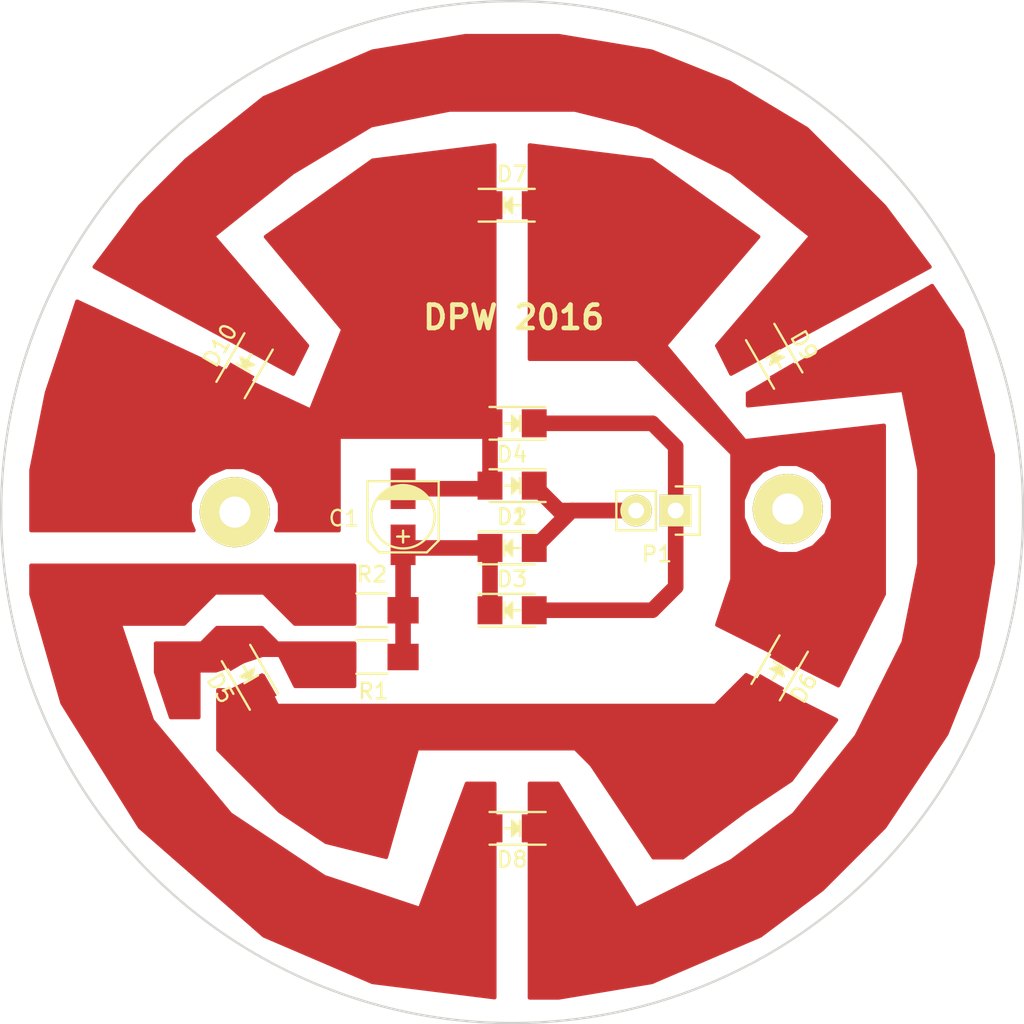
<source format=kicad_pcb>
(kicad_pcb (version 4) (host pcbnew 4.0.2-stable)

  (general
    (links 18)
    (no_connects 0)
    (area 90.124847 75.824847 155.875153 141.575153)
    (thickness 1.6)
    (drawings 5)
    (tracks 21)
    (zones 0)
    (modules 16)
    (nets 11)
  )

  (page USLetter)
  (title_block
    (title "Mason Jar Lamp")
    (date 2016-07-06)
    (rev B)
    (company "DPW 2016")
  )

  (layers
    (0 F.Cu signal)
    (31 B.Cu signal)
    (32 B.Adhes user)
    (33 F.Adhes user)
    (34 B.Paste user)
    (35 F.Paste user)
    (36 B.SilkS user)
    (37 F.SilkS user)
    (38 B.Mask user)
    (39 F.Mask user)
    (40 Dwgs.User user)
    (41 Cmts.User user)
    (42 Eco1.User user)
    (43 Eco2.User user)
    (44 Edge.Cuts user)
    (45 Margin user)
    (46 B.CrtYd user)
    (47 F.CrtYd user)
    (48 B.Fab user)
    (49 F.Fab user)
  )

  (setup
    (last_trace_width 0.25)
    (user_trace_width 1)
    (trace_clearance 0.2)
    (zone_clearance 0.508)
    (zone_45_only no)
    (trace_min 0.2)
    (segment_width 0.2)
    (edge_width 0.15)
    (via_size 0.6)
    (via_drill 0.4)
    (via_min_size 0.4)
    (via_min_drill 0.3)
    (uvia_size 0.3)
    (uvia_drill 0.1)
    (uvias_allowed no)
    (uvia_min_size 0.2)
    (uvia_min_drill 0.1)
    (pcb_text_width 0.3)
    (pcb_text_size 1.5 1.5)
    (mod_edge_width 0.15)
    (mod_text_size 1 1)
    (mod_text_width 0.15)
    (pad_size 1.524 1.524)
    (pad_drill 0.762)
    (pad_to_mask_clearance 0.2)
    (aux_axis_origin 0 0)
    (visible_elements 7FFFFFFF)
    (pcbplotparams
      (layerselection 0x010f0_80000001)
      (usegerberextensions false)
      (excludeedgelayer true)
      (linewidth 0.100000)
      (plotframeref false)
      (viasonmask false)
      (mode 1)
      (useauxorigin false)
      (hpglpennumber 1)
      (hpglpenspeed 20)
      (hpglpendiameter 15)
      (hpglpenoverlay 2)
      (psnegative false)
      (psa4output false)
      (plotreference true)
      (plotvalue true)
      (plotinvisibletext false)
      (padsonsilk false)
      (subtractmaskfromsilk false)
      (outputformat 1)
      (mirror false)
      (drillshape 0)
      (scaleselection 1)
      (outputdirectory Gerbers/))
  )

  (net 0 "")
  (net 1 "Net-(C1-Pad1)")
  (net 2 "Net-(C1-Pad2)")
  (net 3 "Net-(D1-Pad2)")
  (net 4 "Net-(D3-Pad2)")
  (net 5 "Net-(D5-Pad2)")
  (net 6 "Net-(D5-Pad1)")
  (net 7 "Net-(D6-Pad1)")
  (net 8 "Net-(D8-Pad2)")
  (net 9 "Net-(D8-Pad1)")
  (net 10 "Net-(D10-Pad2)")

  (net_class Default "This is the default net class."
    (clearance 0.2)
    (trace_width 0.25)
    (via_dia 0.6)
    (via_drill 0.4)
    (uvia_dia 0.3)
    (uvia_drill 0.1)
    (add_net "Net-(C1-Pad1)")
    (add_net "Net-(C1-Pad2)")
    (add_net "Net-(D1-Pad2)")
    (add_net "Net-(D10-Pad2)")
    (add_net "Net-(D3-Pad2)")
    (add_net "Net-(D5-Pad1)")
    (add_net "Net-(D5-Pad2)")
    (add_net "Net-(D6-Pad1)")
    (add_net "Net-(D8-Pad1)")
    (add_net "Net-(D8-Pad2)")
  )

  (module Capacitors_SMD:c_elec_4x5.3 (layer F.Cu) (tedit 57713DE5) (tstamp 5771398D)
    (at 116 109 270)
    (descr "SMT capacitor, aluminium electrolytic, 4x5.3")
    (path /576C359C)
    (attr smd)
    (fp_text reference C1 (at 0.1 3.8 360) (layer F.SilkS)
      (effects (font (size 1 1) (thickness 0.15)))
    )
    (fp_text value 6u8 (at 0 3.175 270) (layer F.Fab)
      (effects (font (size 1 1) (thickness 0.15)))
    )
    (fp_line (start -3.35 -2.65) (end 3.35 -2.65) (layer F.CrtYd) (width 0.05))
    (fp_line (start 3.35 -2.65) (end 3.35 2.65) (layer F.CrtYd) (width 0.05))
    (fp_line (start 3.35 2.65) (end -3.35 2.65) (layer F.CrtYd) (width 0.05))
    (fp_line (start -3.35 2.65) (end -3.35 -2.65) (layer F.CrtYd) (width 0.05))
    (fp_line (start 1.651 0) (end 0.889 0) (layer F.SilkS) (width 0.15))
    (fp_line (start 1.27 -0.381) (end 1.27 0.381) (layer F.SilkS) (width 0.15))
    (fp_line (start 1.524 2.286) (end -2.286 2.286) (layer F.SilkS) (width 0.15))
    (fp_line (start 2.286 -1.524) (end 2.286 1.524) (layer F.SilkS) (width 0.15))
    (fp_line (start 1.524 2.286) (end 2.286 1.524) (layer F.SilkS) (width 0.15))
    (fp_line (start 1.524 -2.286) (end -2.286 -2.286) (layer F.SilkS) (width 0.15))
    (fp_line (start 1.524 -2.286) (end 2.286 -1.524) (layer F.SilkS) (width 0.15))
    (fp_line (start -2.032 0.127) (end -2.032 -0.127) (layer F.SilkS) (width 0.15))
    (fp_line (start -1.905 -0.635) (end -1.905 0.635) (layer F.SilkS) (width 0.15))
    (fp_line (start -1.778 0.889) (end -1.778 -0.889) (layer F.SilkS) (width 0.15))
    (fp_line (start -1.651 1.143) (end -1.651 -1.143) (layer F.SilkS) (width 0.15))
    (fp_line (start -1.524 -1.27) (end -1.524 1.27) (layer F.SilkS) (width 0.15))
    (fp_line (start -1.397 1.397) (end -1.397 -1.397) (layer F.SilkS) (width 0.15))
    (fp_line (start -1.27 -1.524) (end -1.27 1.524) (layer F.SilkS) (width 0.15))
    (fp_line (start -1.143 -1.651) (end -1.143 1.651) (layer F.SilkS) (width 0.15))
    (fp_line (start -2.286 -2.286) (end -2.286 2.286) (layer F.SilkS) (width 0.15))
    (fp_circle (center 0 0) (end -2.032 0) (layer F.SilkS) (width 0.15))
    (pad 1 smd rect (at 1.80086 0 270) (size 2.60096 1.6002) (layers F.Cu F.Paste F.Mask)
      (net 1 "Net-(C1-Pad1)"))
    (pad 2 smd rect (at -1.80086 0 270) (size 2.60096 1.6002) (layers F.Cu F.Paste F.Mask)
      (net 2 "Net-(C1-Pad2)"))
    (model Capacitors_SMD.3dshapes/c_elec_4x5.3.wrl
      (at (xyz 0 0 0))
      (scale (xyz 1 1 1))
      (rotate (xyz 0 0 0))
    )
  )

  (module LEDs:LED_1206 (layer F.Cu) (tedit 55BDE2E8) (tstamp 577139AB)
    (at 106 119 120)
    (descr "LED 1206 smd package")
    (tags "LED1206 SMD")
    (path /576C2FA9)
    (attr smd)
    (fp_text reference D5 (at 0 -2 120) (layer F.SilkS)
      (effects (font (size 1 1) (thickness 0.15)))
    )
    (fp_text value "Warm White LED" (at 0 2 120) (layer F.Fab)
      (effects (font (size 1 1) (thickness 0.15)))
    )
    (fp_line (start -2.15 1.05) (end 1.45 1.05) (layer F.SilkS) (width 0.15))
    (fp_line (start -2.15 -1.05) (end 1.45 -1.05) (layer F.SilkS) (width 0.15))
    (fp_line (start -0.1 -0.3) (end -0.1 0.3) (layer F.SilkS) (width 0.15))
    (fp_line (start -0.1 0.3) (end -0.4 0) (layer F.SilkS) (width 0.15))
    (fp_line (start -0.4 0) (end -0.2 -0.2) (layer F.SilkS) (width 0.15))
    (fp_line (start -0.2 -0.2) (end -0.2 0.05) (layer F.SilkS) (width 0.15))
    (fp_line (start -0.2 0.05) (end -0.25 0) (layer F.SilkS) (width 0.15))
    (fp_line (start -0.5 -0.5) (end -0.5 0.5) (layer F.SilkS) (width 0.15))
    (fp_line (start 0 0) (end 0.5 0) (layer F.SilkS) (width 0.15))
    (fp_line (start -0.5 0) (end 0 -0.5) (layer F.SilkS) (width 0.15))
    (fp_line (start 0 -0.5) (end 0 0.5) (layer F.SilkS) (width 0.15))
    (fp_line (start 0 0.5) (end -0.5 0) (layer F.SilkS) (width 0.15))
    (fp_line (start 2.5 -1.25) (end -2.5 -1.25) (layer F.CrtYd) (width 0.05))
    (fp_line (start -2.5 -1.25) (end -2.5 1.25) (layer F.CrtYd) (width 0.05))
    (fp_line (start -2.5 1.25) (end 2.5 1.25) (layer F.CrtYd) (width 0.05))
    (fp_line (start 2.5 1.25) (end 2.5 -1.25) (layer F.CrtYd) (width 0.05))
    (pad 2 smd rect (at 1.41986 0 300) (size 1.59766 1.80086) (layers F.Cu F.Paste F.Mask)
      (net 5 "Net-(D5-Pad2)"))
    (pad 1 smd rect (at -1.41986 0 300) (size 1.59766 1.80086) (layers F.Cu F.Paste F.Mask)
      (net 6 "Net-(D5-Pad1)"))
    (model LEDs.3dshapes/LED_1206.wrl
      (at (xyz 0 0 0))
      (scale (xyz 1 1 1))
      (rotate (xyz 0 0 180))
    )
  )

  (module LEDs:LED_1206 (layer F.Cu) (tedit 55BDE2E8) (tstamp 577139B1)
    (at 140 119 240)
    (descr "LED 1206 smd package")
    (tags "LED1206 SMD")
    (path /576C3263)
    (attr smd)
    (fp_text reference D6 (at 0 -2 240) (layer F.SilkS)
      (effects (font (size 1 1) (thickness 0.15)))
    )
    (fp_text value "Warm White LED" (at 0 2 240) (layer F.Fab)
      (effects (font (size 1 1) (thickness 0.15)))
    )
    (fp_line (start -2.15 1.05) (end 1.45 1.05) (layer F.SilkS) (width 0.15))
    (fp_line (start -2.15 -1.05) (end 1.45 -1.05) (layer F.SilkS) (width 0.15))
    (fp_line (start -0.1 -0.3) (end -0.1 0.3) (layer F.SilkS) (width 0.15))
    (fp_line (start -0.1 0.3) (end -0.4 0) (layer F.SilkS) (width 0.15))
    (fp_line (start -0.4 0) (end -0.2 -0.2) (layer F.SilkS) (width 0.15))
    (fp_line (start -0.2 -0.2) (end -0.2 0.05) (layer F.SilkS) (width 0.15))
    (fp_line (start -0.2 0.05) (end -0.25 0) (layer F.SilkS) (width 0.15))
    (fp_line (start -0.5 -0.5) (end -0.5 0.5) (layer F.SilkS) (width 0.15))
    (fp_line (start 0 0) (end 0.5 0) (layer F.SilkS) (width 0.15))
    (fp_line (start -0.5 0) (end 0 -0.5) (layer F.SilkS) (width 0.15))
    (fp_line (start 0 -0.5) (end 0 0.5) (layer F.SilkS) (width 0.15))
    (fp_line (start 0 0.5) (end -0.5 0) (layer F.SilkS) (width 0.15))
    (fp_line (start 2.5 -1.25) (end -2.5 -1.25) (layer F.CrtYd) (width 0.05))
    (fp_line (start -2.5 -1.25) (end -2.5 1.25) (layer F.CrtYd) (width 0.05))
    (fp_line (start -2.5 1.25) (end 2.5 1.25) (layer F.CrtYd) (width 0.05))
    (fp_line (start 2.5 1.25) (end 2.5 -1.25) (layer F.CrtYd) (width 0.05))
    (pad 2 smd rect (at 1.41986 0 60) (size 1.59766 1.80086) (layers F.Cu F.Paste F.Mask)
      (net 6 "Net-(D5-Pad1)"))
    (pad 1 smd rect (at -1.41986 0 60) (size 1.59766 1.80086) (layers F.Cu F.Paste F.Mask)
      (net 7 "Net-(D6-Pad1)"))
    (model LEDs.3dshapes/LED_1206.wrl
      (at (xyz 0 0 0))
      (scale (xyz 1 1 1))
      (rotate (xyz 0 0 180))
    )
  )

  (module LEDs:LED_1206 (layer F.Cu) (tedit 55BDE2E8) (tstamp 577139B7)
    (at 123 89)
    (descr "LED 1206 smd package")
    (tags "LED1206 SMD")
    (path /576C32AA)
    (attr smd)
    (fp_text reference D7 (at 0 -2) (layer F.SilkS)
      (effects (font (size 1 1) (thickness 0.15)))
    )
    (fp_text value "Warm White LED" (at 0 2) (layer F.Fab)
      (effects (font (size 1 1) (thickness 0.15)))
    )
    (fp_line (start -2.15 1.05) (end 1.45 1.05) (layer F.SilkS) (width 0.15))
    (fp_line (start -2.15 -1.05) (end 1.45 -1.05) (layer F.SilkS) (width 0.15))
    (fp_line (start -0.1 -0.3) (end -0.1 0.3) (layer F.SilkS) (width 0.15))
    (fp_line (start -0.1 0.3) (end -0.4 0) (layer F.SilkS) (width 0.15))
    (fp_line (start -0.4 0) (end -0.2 -0.2) (layer F.SilkS) (width 0.15))
    (fp_line (start -0.2 -0.2) (end -0.2 0.05) (layer F.SilkS) (width 0.15))
    (fp_line (start -0.2 0.05) (end -0.25 0) (layer F.SilkS) (width 0.15))
    (fp_line (start -0.5 -0.5) (end -0.5 0.5) (layer F.SilkS) (width 0.15))
    (fp_line (start 0 0) (end 0.5 0) (layer F.SilkS) (width 0.15))
    (fp_line (start -0.5 0) (end 0 -0.5) (layer F.SilkS) (width 0.15))
    (fp_line (start 0 -0.5) (end 0 0.5) (layer F.SilkS) (width 0.15))
    (fp_line (start 0 0.5) (end -0.5 0) (layer F.SilkS) (width 0.15))
    (fp_line (start 2.5 -1.25) (end -2.5 -1.25) (layer F.CrtYd) (width 0.05))
    (fp_line (start -2.5 -1.25) (end -2.5 1.25) (layer F.CrtYd) (width 0.05))
    (fp_line (start -2.5 1.25) (end 2.5 1.25) (layer F.CrtYd) (width 0.05))
    (fp_line (start 2.5 1.25) (end 2.5 -1.25) (layer F.CrtYd) (width 0.05))
    (pad 2 smd rect (at 1.41986 0 180) (size 1.59766 1.80086) (layers F.Cu F.Paste F.Mask)
      (net 7 "Net-(D6-Pad1)"))
    (pad 1 smd rect (at -1.41986 0 180) (size 1.59766 1.80086) (layers F.Cu F.Paste F.Mask)
      (net 2 "Net-(C1-Pad2)"))
    (model LEDs.3dshapes/LED_1206.wrl
      (at (xyz 0 0 0))
      (scale (xyz 1 1 1))
      (rotate (xyz 0 0 180))
    )
  )

  (module LEDs:LED_1206 (layer F.Cu) (tedit 55BDE2E8) (tstamp 577139BD)
    (at 123 129 180)
    (descr "LED 1206 smd package")
    (tags "LED1206 SMD")
    (path /576D6D77)
    (attr smd)
    (fp_text reference D8 (at 0 -2 180) (layer F.SilkS)
      (effects (font (size 1 1) (thickness 0.15)))
    )
    (fp_text value "Warm White LED" (at 0 2 180) (layer F.Fab)
      (effects (font (size 1 1) (thickness 0.15)))
    )
    (fp_line (start -2.15 1.05) (end 1.45 1.05) (layer F.SilkS) (width 0.15))
    (fp_line (start -2.15 -1.05) (end 1.45 -1.05) (layer F.SilkS) (width 0.15))
    (fp_line (start -0.1 -0.3) (end -0.1 0.3) (layer F.SilkS) (width 0.15))
    (fp_line (start -0.1 0.3) (end -0.4 0) (layer F.SilkS) (width 0.15))
    (fp_line (start -0.4 0) (end -0.2 -0.2) (layer F.SilkS) (width 0.15))
    (fp_line (start -0.2 -0.2) (end -0.2 0.05) (layer F.SilkS) (width 0.15))
    (fp_line (start -0.2 0.05) (end -0.25 0) (layer F.SilkS) (width 0.15))
    (fp_line (start -0.5 -0.5) (end -0.5 0.5) (layer F.SilkS) (width 0.15))
    (fp_line (start 0 0) (end 0.5 0) (layer F.SilkS) (width 0.15))
    (fp_line (start -0.5 0) (end 0 -0.5) (layer F.SilkS) (width 0.15))
    (fp_line (start 0 -0.5) (end 0 0.5) (layer F.SilkS) (width 0.15))
    (fp_line (start 0 0.5) (end -0.5 0) (layer F.SilkS) (width 0.15))
    (fp_line (start 2.5 -1.25) (end -2.5 -1.25) (layer F.CrtYd) (width 0.05))
    (fp_line (start -2.5 -1.25) (end -2.5 1.25) (layer F.CrtYd) (width 0.05))
    (fp_line (start -2.5 1.25) (end 2.5 1.25) (layer F.CrtYd) (width 0.05))
    (fp_line (start 2.5 1.25) (end 2.5 -1.25) (layer F.CrtYd) (width 0.05))
    (pad 2 smd rect (at 1.41986 0) (size 1.59766 1.80086) (layers F.Cu F.Paste F.Mask)
      (net 8 "Net-(D8-Pad2)"))
    (pad 1 smd rect (at -1.41986 0) (size 1.59766 1.80086) (layers F.Cu F.Paste F.Mask)
      (net 9 "Net-(D8-Pad1)"))
    (model LEDs.3dshapes/LED_1206.wrl
      (at (xyz 0 0 0))
      (scale (xyz 1 1 1))
      (rotate (xyz 0 0 180))
    )
  )

  (module LEDs:LED_1206 (layer F.Cu) (tedit 55BDE2E8) (tstamp 577139C3)
    (at 140 99 300)
    (descr "LED 1206 smd package")
    (tags "LED1206 SMD")
    (path /576D6DBF)
    (attr smd)
    (fp_text reference D9 (at 0 -2 300) (layer F.SilkS)
      (effects (font (size 1 1) (thickness 0.15)))
    )
    (fp_text value "Warm White LED" (at 0 2 300) (layer F.Fab)
      (effects (font (size 1 1) (thickness 0.15)))
    )
    (fp_line (start -2.15 1.05) (end 1.45 1.05) (layer F.SilkS) (width 0.15))
    (fp_line (start -2.15 -1.05) (end 1.45 -1.05) (layer F.SilkS) (width 0.15))
    (fp_line (start -0.1 -0.3) (end -0.1 0.3) (layer F.SilkS) (width 0.15))
    (fp_line (start -0.1 0.3) (end -0.4 0) (layer F.SilkS) (width 0.15))
    (fp_line (start -0.4 0) (end -0.2 -0.2) (layer F.SilkS) (width 0.15))
    (fp_line (start -0.2 -0.2) (end -0.2 0.05) (layer F.SilkS) (width 0.15))
    (fp_line (start -0.2 0.05) (end -0.25 0) (layer F.SilkS) (width 0.15))
    (fp_line (start -0.5 -0.5) (end -0.5 0.5) (layer F.SilkS) (width 0.15))
    (fp_line (start 0 0) (end 0.5 0) (layer F.SilkS) (width 0.15))
    (fp_line (start -0.5 0) (end 0 -0.5) (layer F.SilkS) (width 0.15))
    (fp_line (start 0 -0.5) (end 0 0.5) (layer F.SilkS) (width 0.15))
    (fp_line (start 0 0.5) (end -0.5 0) (layer F.SilkS) (width 0.15))
    (fp_line (start 2.5 -1.25) (end -2.5 -1.25) (layer F.CrtYd) (width 0.05))
    (fp_line (start -2.5 -1.25) (end -2.5 1.25) (layer F.CrtYd) (width 0.05))
    (fp_line (start -2.5 1.25) (end 2.5 1.25) (layer F.CrtYd) (width 0.05))
    (fp_line (start 2.5 1.25) (end 2.5 -1.25) (layer F.CrtYd) (width 0.05))
    (pad 2 smd rect (at 1.41986 0 120) (size 1.59766 1.80086) (layers F.Cu F.Paste F.Mask)
      (net 9 "Net-(D8-Pad1)"))
    (pad 1 smd rect (at -1.41986 0 120) (size 1.59766 1.80086) (layers F.Cu F.Paste F.Mask)
      (net 10 "Net-(D10-Pad2)"))
    (model LEDs.3dshapes/LED_1206.wrl
      (at (xyz 0 0 0))
      (scale (xyz 1 1 1))
      (rotate (xyz 0 0 180))
    )
  )

  (module LEDs:LED_1206 (layer F.Cu) (tedit 55BDE2E8) (tstamp 577139C9)
    (at 106 99 60)
    (descr "LED 1206 smd package")
    (tags "LED1206 SMD")
    (path /576D6E06)
    (attr smd)
    (fp_text reference D10 (at 0 -2 60) (layer F.SilkS)
      (effects (font (size 1 1) (thickness 0.15)))
    )
    (fp_text value "Warm White LED" (at 0 2 60) (layer F.Fab)
      (effects (font (size 1 1) (thickness 0.15)))
    )
    (fp_line (start -2.15 1.05) (end 1.45 1.05) (layer F.SilkS) (width 0.15))
    (fp_line (start -2.15 -1.05) (end 1.45 -1.05) (layer F.SilkS) (width 0.15))
    (fp_line (start -0.1 -0.3) (end -0.1 0.3) (layer F.SilkS) (width 0.15))
    (fp_line (start -0.1 0.3) (end -0.4 0) (layer F.SilkS) (width 0.15))
    (fp_line (start -0.4 0) (end -0.2 -0.2) (layer F.SilkS) (width 0.15))
    (fp_line (start -0.2 -0.2) (end -0.2 0.05) (layer F.SilkS) (width 0.15))
    (fp_line (start -0.2 0.05) (end -0.25 0) (layer F.SilkS) (width 0.15))
    (fp_line (start -0.5 -0.5) (end -0.5 0.5) (layer F.SilkS) (width 0.15))
    (fp_line (start 0 0) (end 0.5 0) (layer F.SilkS) (width 0.15))
    (fp_line (start -0.5 0) (end 0 -0.5) (layer F.SilkS) (width 0.15))
    (fp_line (start 0 -0.5) (end 0 0.5) (layer F.SilkS) (width 0.15))
    (fp_line (start 0 0.5) (end -0.5 0) (layer F.SilkS) (width 0.15))
    (fp_line (start 2.5 -1.25) (end -2.5 -1.25) (layer F.CrtYd) (width 0.05))
    (fp_line (start -2.5 -1.25) (end -2.5 1.25) (layer F.CrtYd) (width 0.05))
    (fp_line (start -2.5 1.25) (end 2.5 1.25) (layer F.CrtYd) (width 0.05))
    (fp_line (start 2.5 1.25) (end 2.5 -1.25) (layer F.CrtYd) (width 0.05))
    (pad 2 smd rect (at 1.41986 0 240) (size 1.59766 1.80086) (layers F.Cu F.Paste F.Mask)
      (net 10 "Net-(D10-Pad2)"))
    (pad 1 smd rect (at -1.41986 0 240) (size 1.59766 1.80086) (layers F.Cu F.Paste F.Mask)
      (net 2 "Net-(C1-Pad2)"))
    (model LEDs.3dshapes/LED_1206.wrl
      (at (xyz 0 0 0))
      (scale (xyz 1 1 1))
      (rotate (xyz 0 0 180))
    )
  )

  (module Pin_Headers:Pin_Header_Straight_1x02 (layer F.Cu) (tedit 57713DC1) (tstamp 577139DB)
    (at 133.5 108.6 270)
    (descr "Through hole pin header")
    (tags "pin header")
    (path /576C33A1)
    (fp_text reference P1 (at 2.8 1.2 360) (layer F.SilkS)
      (effects (font (size 1 1) (thickness 0.15)))
    )
    (fp_text value CONN_01X02 (at 0 -3.1 270) (layer F.Fab)
      (effects (font (size 1 1) (thickness 0.15)))
    )
    (fp_line (start 1.27 1.27) (end 1.27 3.81) (layer F.SilkS) (width 0.15))
    (fp_line (start 1.55 -1.55) (end 1.55 0) (layer F.SilkS) (width 0.15))
    (fp_line (start -1.75 -1.75) (end -1.75 4.3) (layer F.CrtYd) (width 0.05))
    (fp_line (start 1.75 -1.75) (end 1.75 4.3) (layer F.CrtYd) (width 0.05))
    (fp_line (start -1.75 -1.75) (end 1.75 -1.75) (layer F.CrtYd) (width 0.05))
    (fp_line (start -1.75 4.3) (end 1.75 4.3) (layer F.CrtYd) (width 0.05))
    (fp_line (start 1.27 1.27) (end -1.27 1.27) (layer F.SilkS) (width 0.15))
    (fp_line (start -1.55 0) (end -1.55 -1.55) (layer F.SilkS) (width 0.15))
    (fp_line (start -1.55 -1.55) (end 1.55 -1.55) (layer F.SilkS) (width 0.15))
    (fp_line (start -1.27 1.27) (end -1.27 3.81) (layer F.SilkS) (width 0.15))
    (fp_line (start -1.27 3.81) (end 1.27 3.81) (layer F.SilkS) (width 0.15))
    (pad 1 thru_hole rect (at 0 0 270) (size 2.032 2.032) (drill 1.016) (layers *.Cu *.Mask F.SilkS)
      (net 4 "Net-(D3-Pad2)"))
    (pad 2 thru_hole oval (at 0 2.54 270) (size 2.032 2.032) (drill 1.016) (layers *.Cu *.Mask F.SilkS)
      (net 3 "Net-(D1-Pad2)"))
    (model Pin_Headers.3dshapes/Pin_Header_Straight_1x02.wrl
      (at (xyz 0 -0.05 0))
      (scale (xyz 1 1 1))
      (rotate (xyz 0 0 90))
    )
  )

  (module Wire_Pads:SolderWirePad_single_2mmDrill (layer F.Cu) (tedit 57713DCB) (tstamp 577139E0)
    (at 105.2 108.7)
    (path /576C3402)
    (fp_text reference P2 (at 0 -3.81) (layer F.SilkS) hide
      (effects (font (size 1 1) (thickness 0.15)))
    )
    (fp_text value "Loop Mounting Hole" (at -0.635 3.81) (layer F.Fab)
      (effects (font (size 1 1) (thickness 0.15)))
    )
    (pad 1 thru_hole circle (at 0 0) (size 4.50088 4.50088) (drill 1.99898) (layers *.Cu *.Mask F.SilkS))
  )

  (module Wire_Pads:SolderWirePad_single_2mmDrill (layer F.Cu) (tedit 57713DC7) (tstamp 577139E5)
    (at 140.7 108.5)
    (path /576C3493)
    (fp_text reference P3 (at 0 -3.81) (layer F.SilkS) hide
      (effects (font (size 1 1) (thickness 0.15)))
    )
    (fp_text value "Loop Mounting Hole" (at -0.635 3.81) (layer F.Fab)
      (effects (font (size 1 1) (thickness 0.15)))
    )
    (pad 1 thru_hole circle (at 0 0) (size 4.50088 4.50088) (drill 1.99898) (layers *.Cu *.Mask F.SilkS))
  )

  (module Resistors_SMD:R_1206_HandSoldering (layer F.Cu) (tedit 57713DDD) (tstamp 577139EB)
    (at 114 118)
    (descr "Resistor SMD 1206, hand soldering")
    (tags "resistor 1206")
    (path /576C34CD)
    (attr smd)
    (fp_text reference R1 (at 0.1 2.2) (layer F.SilkS)
      (effects (font (size 1 1) (thickness 0.15)))
    )
    (fp_text value 56 (at 0 2.3) (layer F.Fab)
      (effects (font (size 1 1) (thickness 0.15)))
    )
    (fp_line (start -3.3 -1.2) (end 3.3 -1.2) (layer F.CrtYd) (width 0.05))
    (fp_line (start -3.3 1.2) (end 3.3 1.2) (layer F.CrtYd) (width 0.05))
    (fp_line (start -3.3 -1.2) (end -3.3 1.2) (layer F.CrtYd) (width 0.05))
    (fp_line (start 3.3 -1.2) (end 3.3 1.2) (layer F.CrtYd) (width 0.05))
    (fp_line (start 1 1.075) (end -1 1.075) (layer F.SilkS) (width 0.15))
    (fp_line (start -1 -1.075) (end 1 -1.075) (layer F.SilkS) (width 0.15))
    (pad 1 smd rect (at -2 0) (size 2 1.7) (layers F.Cu F.Paste F.Mask)
      (net 5 "Net-(D5-Pad2)"))
    (pad 2 smd rect (at 2 0) (size 2 1.7) (layers F.Cu F.Paste F.Mask)
      (net 1 "Net-(C1-Pad1)"))
    (model Resistors_SMD.3dshapes/R_1206_HandSoldering.wrl
      (at (xyz 0 0 0))
      (scale (xyz 1 1 1))
      (rotate (xyz 0 0 0))
    )
  )

  (module Resistors_SMD:R_1206_HandSoldering (layer F.Cu) (tedit 5418A20D) (tstamp 577DD2FD)
    (at 114 115)
    (descr "Resistor SMD 1206, hand soldering")
    (tags "resistor 1206")
    (path /577DEC45)
    (attr smd)
    (fp_text reference R2 (at 0 -2.3) (layer F.SilkS)
      (effects (font (size 1 1) (thickness 0.15)))
    )
    (fp_text value 56 (at 0 2.3) (layer F.Fab)
      (effects (font (size 1 1) (thickness 0.15)))
    )
    (fp_line (start -3.3 -1.2) (end 3.3 -1.2) (layer F.CrtYd) (width 0.05))
    (fp_line (start -3.3 1.2) (end 3.3 1.2) (layer F.CrtYd) (width 0.05))
    (fp_line (start -3.3 -1.2) (end -3.3 1.2) (layer F.CrtYd) (width 0.05))
    (fp_line (start 3.3 -1.2) (end 3.3 1.2) (layer F.CrtYd) (width 0.05))
    (fp_line (start 1 1.075) (end -1 1.075) (layer F.SilkS) (width 0.15))
    (fp_line (start -1 -1.075) (end 1 -1.075) (layer F.SilkS) (width 0.15))
    (pad 1 smd rect (at -2 0) (size 2 1.7) (layers F.Cu F.Paste F.Mask)
      (net 8 "Net-(D8-Pad2)"))
    (pad 2 smd rect (at 2 0) (size 2 1.7) (layers F.Cu F.Paste F.Mask)
      (net 1 "Net-(C1-Pad1)"))
    (model Resistors_SMD.3dshapes/R_1206_HandSoldering.wrl
      (at (xyz 0 0 0))
      (scale (xyz 1 1 1))
      (rotate (xyz 0 0 0))
    )
  )

  (module LEDs:LED_1206 (layer F.Cu) (tedit 55BDE2E8) (tstamp 577DD3D3)
    (at 123 111)
    (descr "LED 1206 smd package")
    (tags "LED1206 SMD")
    (path /576F5F32)
    (attr smd)
    (fp_text reference D1 (at 0 -2) (layer F.SilkS)
      (effects (font (size 1 1) (thickness 0.15)))
    )
    (fp_text value D (at 0 2) (layer F.Fab)
      (effects (font (size 1 1) (thickness 0.15)))
    )
    (fp_line (start -2.15 1.05) (end 1.45 1.05) (layer F.SilkS) (width 0.15))
    (fp_line (start -2.15 -1.05) (end 1.45 -1.05) (layer F.SilkS) (width 0.15))
    (fp_line (start -0.1 -0.3) (end -0.1 0.3) (layer F.SilkS) (width 0.15))
    (fp_line (start -0.1 0.3) (end -0.4 0) (layer F.SilkS) (width 0.15))
    (fp_line (start -0.4 0) (end -0.2 -0.2) (layer F.SilkS) (width 0.15))
    (fp_line (start -0.2 -0.2) (end -0.2 0.05) (layer F.SilkS) (width 0.15))
    (fp_line (start -0.2 0.05) (end -0.25 0) (layer F.SilkS) (width 0.15))
    (fp_line (start -0.5 -0.5) (end -0.5 0.5) (layer F.SilkS) (width 0.15))
    (fp_line (start 0 0) (end 0.5 0) (layer F.SilkS) (width 0.15))
    (fp_line (start -0.5 0) (end 0 -0.5) (layer F.SilkS) (width 0.15))
    (fp_line (start 0 -0.5) (end 0 0.5) (layer F.SilkS) (width 0.15))
    (fp_line (start 0 0.5) (end -0.5 0) (layer F.SilkS) (width 0.15))
    (fp_line (start 2.5 -1.25) (end -2.5 -1.25) (layer F.CrtYd) (width 0.05))
    (fp_line (start -2.5 -1.25) (end -2.5 1.25) (layer F.CrtYd) (width 0.05))
    (fp_line (start -2.5 1.25) (end 2.5 1.25) (layer F.CrtYd) (width 0.05))
    (fp_line (start 2.5 1.25) (end 2.5 -1.25) (layer F.CrtYd) (width 0.05))
    (pad 2 smd rect (at 1.41986 0 180) (size 1.59766 1.80086) (layers F.Cu F.Paste F.Mask)
      (net 3 "Net-(D1-Pad2)"))
    (pad 1 smd rect (at -1.41986 0 180) (size 1.59766 1.80086) (layers F.Cu F.Paste F.Mask)
      (net 1 "Net-(C1-Pad1)"))
    (model LEDs.3dshapes/LED_1206.wrl
      (at (xyz 0 0 0))
      (scale (xyz 1 1 1))
      (rotate (xyz 0 0 180))
    )
  )

  (module LEDs:LED_1206 (layer F.Cu) (tedit 55BDE2E8) (tstamp 577DD3D8)
    (at 123 107 180)
    (descr "LED 1206 smd package")
    (tags "LED1206 SMD")
    (path /576F5F89)
    (attr smd)
    (fp_text reference D2 (at 0 -2 180) (layer F.SilkS)
      (effects (font (size 1 1) (thickness 0.15)))
    )
    (fp_text value D (at 0 2 180) (layer F.Fab)
      (effects (font (size 1 1) (thickness 0.15)))
    )
    (fp_line (start -2.15 1.05) (end 1.45 1.05) (layer F.SilkS) (width 0.15))
    (fp_line (start -2.15 -1.05) (end 1.45 -1.05) (layer F.SilkS) (width 0.15))
    (fp_line (start -0.1 -0.3) (end -0.1 0.3) (layer F.SilkS) (width 0.15))
    (fp_line (start -0.1 0.3) (end -0.4 0) (layer F.SilkS) (width 0.15))
    (fp_line (start -0.4 0) (end -0.2 -0.2) (layer F.SilkS) (width 0.15))
    (fp_line (start -0.2 -0.2) (end -0.2 0.05) (layer F.SilkS) (width 0.15))
    (fp_line (start -0.2 0.05) (end -0.25 0) (layer F.SilkS) (width 0.15))
    (fp_line (start -0.5 -0.5) (end -0.5 0.5) (layer F.SilkS) (width 0.15))
    (fp_line (start 0 0) (end 0.5 0) (layer F.SilkS) (width 0.15))
    (fp_line (start -0.5 0) (end 0 -0.5) (layer F.SilkS) (width 0.15))
    (fp_line (start 0 -0.5) (end 0 0.5) (layer F.SilkS) (width 0.15))
    (fp_line (start 0 0.5) (end -0.5 0) (layer F.SilkS) (width 0.15))
    (fp_line (start 2.5 -1.25) (end -2.5 -1.25) (layer F.CrtYd) (width 0.05))
    (fp_line (start -2.5 -1.25) (end -2.5 1.25) (layer F.CrtYd) (width 0.05))
    (fp_line (start -2.5 1.25) (end 2.5 1.25) (layer F.CrtYd) (width 0.05))
    (fp_line (start 2.5 1.25) (end 2.5 -1.25) (layer F.CrtYd) (width 0.05))
    (pad 2 smd rect (at 1.41986 0) (size 1.59766 1.80086) (layers F.Cu F.Paste F.Mask)
      (net 2 "Net-(C1-Pad2)"))
    (pad 1 smd rect (at -1.41986 0) (size 1.59766 1.80086) (layers F.Cu F.Paste F.Mask)
      (net 3 "Net-(D1-Pad2)"))
    (model LEDs.3dshapes/LED_1206.wrl
      (at (xyz 0 0 0))
      (scale (xyz 1 1 1))
      (rotate (xyz 0 0 180))
    )
  )

  (module LEDs:LED_1206 (layer F.Cu) (tedit 55BDE2E8) (tstamp 577DD3DD)
    (at 123 115)
    (descr "LED 1206 smd package")
    (tags "LED1206 SMD")
    (path /576F5EC5)
    (attr smd)
    (fp_text reference D3 (at 0 -2) (layer F.SilkS)
      (effects (font (size 1 1) (thickness 0.15)))
    )
    (fp_text value D (at 0 2) (layer F.Fab)
      (effects (font (size 1 1) (thickness 0.15)))
    )
    (fp_line (start -2.15 1.05) (end 1.45 1.05) (layer F.SilkS) (width 0.15))
    (fp_line (start -2.15 -1.05) (end 1.45 -1.05) (layer F.SilkS) (width 0.15))
    (fp_line (start -0.1 -0.3) (end -0.1 0.3) (layer F.SilkS) (width 0.15))
    (fp_line (start -0.1 0.3) (end -0.4 0) (layer F.SilkS) (width 0.15))
    (fp_line (start -0.4 0) (end -0.2 -0.2) (layer F.SilkS) (width 0.15))
    (fp_line (start -0.2 -0.2) (end -0.2 0.05) (layer F.SilkS) (width 0.15))
    (fp_line (start -0.2 0.05) (end -0.25 0) (layer F.SilkS) (width 0.15))
    (fp_line (start -0.5 -0.5) (end -0.5 0.5) (layer F.SilkS) (width 0.15))
    (fp_line (start 0 0) (end 0.5 0) (layer F.SilkS) (width 0.15))
    (fp_line (start -0.5 0) (end 0 -0.5) (layer F.SilkS) (width 0.15))
    (fp_line (start 0 -0.5) (end 0 0.5) (layer F.SilkS) (width 0.15))
    (fp_line (start 0 0.5) (end -0.5 0) (layer F.SilkS) (width 0.15))
    (fp_line (start 2.5 -1.25) (end -2.5 -1.25) (layer F.CrtYd) (width 0.05))
    (fp_line (start -2.5 -1.25) (end -2.5 1.25) (layer F.CrtYd) (width 0.05))
    (fp_line (start -2.5 1.25) (end 2.5 1.25) (layer F.CrtYd) (width 0.05))
    (fp_line (start 2.5 1.25) (end 2.5 -1.25) (layer F.CrtYd) (width 0.05))
    (pad 2 smd rect (at 1.41986 0 180) (size 1.59766 1.80086) (layers F.Cu F.Paste F.Mask)
      (net 4 "Net-(D3-Pad2)"))
    (pad 1 smd rect (at -1.41986 0 180) (size 1.59766 1.80086) (layers F.Cu F.Paste F.Mask)
      (net 1 "Net-(C1-Pad1)"))
    (model LEDs.3dshapes/LED_1206.wrl
      (at (xyz 0 0 0))
      (scale (xyz 1 1 1))
      (rotate (xyz 0 0 180))
    )
  )

  (module LEDs:LED_1206 (layer F.Cu) (tedit 55BDE2E8) (tstamp 577DD3E2)
    (at 123 103 180)
    (descr "LED 1206 smd package")
    (tags "LED1206 SMD")
    (path /576F5FD9)
    (attr smd)
    (fp_text reference D4 (at 0 -2 180) (layer F.SilkS)
      (effects (font (size 1 1) (thickness 0.15)))
    )
    (fp_text value D (at 0 2 180) (layer F.Fab)
      (effects (font (size 1 1) (thickness 0.15)))
    )
    (fp_line (start -2.15 1.05) (end 1.45 1.05) (layer F.SilkS) (width 0.15))
    (fp_line (start -2.15 -1.05) (end 1.45 -1.05) (layer F.SilkS) (width 0.15))
    (fp_line (start -0.1 -0.3) (end -0.1 0.3) (layer F.SilkS) (width 0.15))
    (fp_line (start -0.1 0.3) (end -0.4 0) (layer F.SilkS) (width 0.15))
    (fp_line (start -0.4 0) (end -0.2 -0.2) (layer F.SilkS) (width 0.15))
    (fp_line (start -0.2 -0.2) (end -0.2 0.05) (layer F.SilkS) (width 0.15))
    (fp_line (start -0.2 0.05) (end -0.25 0) (layer F.SilkS) (width 0.15))
    (fp_line (start -0.5 -0.5) (end -0.5 0.5) (layer F.SilkS) (width 0.15))
    (fp_line (start 0 0) (end 0.5 0) (layer F.SilkS) (width 0.15))
    (fp_line (start -0.5 0) (end 0 -0.5) (layer F.SilkS) (width 0.15))
    (fp_line (start 0 -0.5) (end 0 0.5) (layer F.SilkS) (width 0.15))
    (fp_line (start 0 0.5) (end -0.5 0) (layer F.SilkS) (width 0.15))
    (fp_line (start 2.5 -1.25) (end -2.5 -1.25) (layer F.CrtYd) (width 0.05))
    (fp_line (start -2.5 -1.25) (end -2.5 1.25) (layer F.CrtYd) (width 0.05))
    (fp_line (start -2.5 1.25) (end 2.5 1.25) (layer F.CrtYd) (width 0.05))
    (fp_line (start 2.5 1.25) (end 2.5 -1.25) (layer F.CrtYd) (width 0.05))
    (pad 2 smd rect (at 1.41986 0) (size 1.59766 1.80086) (layers F.Cu F.Paste F.Mask)
      (net 2 "Net-(C1-Pad2)"))
    (pad 1 smd rect (at -1.41986 0) (size 1.59766 1.80086) (layers F.Cu F.Paste F.Mask)
      (net 4 "Net-(D3-Pad2)"))
    (model LEDs.3dshapes/LED_1206.wrl
      (at (xyz 0 0 0))
      (scale (xyz 1 1 1))
      (rotate (xyz 0 0 180))
    )
  )

  (gr_circle (center 123 109) (end 154 114) (layer Eco1.User) (width 0.2))
  (gr_circle (center 123 109) (end 149 109) (layer Eco1.User) (width 0.2))
  (gr_circle (center 123 109) (end 143 109) (layer Eco1.User) (width 0.2))
  (gr_text "DPW 2016" (at 123.1 96.2) (layer F.SilkS)
    (effects (font (size 1.5 1.5) (thickness 0.3)))
  )
  (gr_circle (center 123 108.7) (end 155.8 108.8) (layer Edge.Cuts) (width 0.15))

  (segment (start 116 110.80086) (end 116 115) (width 1) (layer F.Cu) (net 1))
  (segment (start 116 115) (end 116 118) (width 1) (layer F.Cu) (net 1) (tstamp 577DDD1C))
  (segment (start 116 110.80086) (end 116.19914 111) (width 1) (layer F.Cu) (net 1) (tstamp 577DD792))
  (segment (start 116.19914 111) (end 121.58014 111) (width 1) (layer F.Cu) (net 1) (tstamp 577DD793))
  (segment (start 121.58014 111) (end 121.58014 115) (width 1) (layer F.Cu) (net 1) (tstamp 577DD795))
  (segment (start 121.265 114.3) (end 121.165 114.4) (width 0.25) (layer F.Cu) (net 1) (tstamp 57713E1F))
  (segment (start 116 107.19914) (end 121.381 107.19914) (width 1) (layer F.Cu) (net 2))
  (segment (start 121.381 107.19914) (end 121.58014 107) (width 1) (layer F.Cu) (net 2) (tstamp 577DD78B))
  (segment (start 121.58014 107) (end 121.58014 103) (width 1) (layer F.Cu) (net 2) (tstamp 577DD78D))
  (segment (start 130.96 108.6) (end 126.81986 108.6) (width 1) (layer F.Cu) (net 3))
  (segment (start 126.81986 108.6) (end 124.41986 111) (width 1) (layer F.Cu) (net 3) (tstamp 577DD878))
  (segment (start 130.96 108.6) (end 126.01986 108.6) (width 1) (layer F.Cu) (net 3))
  (segment (start 126.01986 108.6) (end 124.41986 107) (width 1) (layer F.Cu) (net 3) (tstamp 577DD86D))
  (segment (start 130.96 108.6) (end 130.1 108.6) (width 0.25) (layer F.Cu) (net 3))
  (segment (start 133.5 108.6) (end 133.5 113.5) (width 1) (layer F.Cu) (net 4))
  (segment (start 132 115) (end 124.41986 115) (width 1) (layer F.Cu) (net 4) (tstamp 577DDD43))
  (segment (start 133.5 113.5) (end 132 115) (width 1) (layer F.Cu) (net 4) (tstamp 577DDD3F))
  (segment (start 133.5 108.6) (end 133.5 104.5) (width 1) (layer F.Cu) (net 4))
  (segment (start 132 103) (end 124.41986 103) (width 1) (layer F.Cu) (net 4) (tstamp 577DDD3A))
  (segment (start 133.5 104.5) (end 132 103) (width 1) (layer F.Cu) (net 4) (tstamp 577DDD36))
  (segment (start 106.79007 119.370365) (end 106.79007 119.29007) (width 0.25) (layer F.Cu) (net 6))

  (zone (net 6) (net_name "Net-(D5-Pad1)") (layer F.Cu) (tstamp 577141BA) (hatch edge 0.508)
    (connect_pads (clearance 0.508))
    (min_thickness 0.254)
    (fill yes (arc_segments 16) (thermal_gap 0.508) (thermal_bridge_width 0.508))
    (polygon
      (pts
        (xy 114.016418 119.398507) (xy 114 119.4) (xy 114 119.3) (xy 114.016418 119.398507)
      )
    )
  )
  (zone (net 10) (net_name "Net-(D10-Pad2)") (layer F.Cu) (tstamp 577DD9F9) (hatch edge 0.508)
    (connect_pads yes (clearance 0.508))
    (min_thickness 0.254)
    (fill yes (arc_segments 16) (thermal_gap 0.508) (thermal_bridge_width 0.508))
    (polygon
      (pts
        (xy 109 100) (xy 96 93) (xy 99 89) (xy 102 86) (xy 107 82)
        (xy 114 79) (xy 120 78) (xy 126 78) (xy 132 79) (xy 137 81)
        (xy 142 84) (xy 147 89) (xy 150 93) (xy 137 100) (xy 136 98)
        (xy 142 91) (xy 137 87) (xy 131 84) (xy 127 83) (xy 119 83)
        (xy 114 84) (xy 109 87) (xy 104 91) (xy 110 98) (xy 109 100)
      )
    )
    (filled_polygon
      (pts
        (xy 131.965577 79.123015) (xy 136.943386 81.114138) (xy 141.921252 84.100858) (xy 146.903818 89.083424) (xy 149.809857 92.958143)
        (xy 137.055049 99.826117) (xy 136.151304 98.018627) (xy 142.096426 91.082651) (xy 142.120984 91.038624) (xy 142.126479 90.988511)
        (xy 142.112045 90.940209) (xy 142.079336 90.90083) (xy 137.079336 86.90083) (xy 137.056796 86.886408) (xy 131.056796 83.886408)
        (xy 131.030802 83.876792) (xy 127.030802 82.876792) (xy 127 82.873) (xy 119 82.873) (xy 118.975093 82.875466)
        (xy 113.975093 83.875466) (xy 113.934659 83.891098) (xy 108.934659 86.891098) (xy 108.920664 86.90083) (xy 103.920664 90.90083)
        (xy 103.888331 90.939509) (xy 103.873595 90.98772) (xy 103.878776 91.037866) (xy 103.903574 91.082651) (xy 109.848696 98.018627)
        (xy 108.944951 99.826117) (xy 96.190143 92.958143) (xy 99.096182 89.083424) (xy 102.084836 86.09477) (xy 107.065873 82.10994)
        (xy 114.035966 79.122757) (xy 120.010511 78.127) (xy 125.989489 78.127)
      )
    )
  )
  (zone (net 9) (net_name "Net-(D8-Pad1)") (layer F.Cu) (tstamp 577DDA64) (hatch edge 0.508)
    (connect_pads yes (clearance 0.508))
    (min_thickness 0.254)
    (fill yes (arc_segments 16) (thermal_gap 0.508) (thermal_bridge_width 0.508))
    (polygon
      (pts
        (xy 152 97) (xy 154 105) (xy 154 112) (xy 153 118) (xy 151 123)
        (xy 147 129) (xy 143 133) (xy 139 136) (xy 132 139) (xy 126 140)
        (xy 124 140) (xy 124 126) (xy 126 126) (xy 131 134) (xy 137 131)
        (xy 141 128) (xy 145 123) (xy 148 117) (xy 149 112) (xy 149 106)
        (xy 148 101) (xy 138 102) (xy 138 101) (xy 150 94) (xy 152 97)
      )
    )
    (filled_polygon
      (pts
        (xy 151.882127 97.052143) (xy 153.873 105.015634) (xy 153.873 111.989489) (xy 152.876985 117.965577) (xy 150.886993 122.940559)
        (xy 146.901308 128.919086) (xy 142.916576 132.903818) (xy 138.935978 135.889266) (xy 131.964034 138.877243) (xy 125.989489 139.873)
        (xy 124.127 139.873) (xy 124.127 126.127) (xy 125.92961 126.127) (xy 130.892304 134.06731) (xy 130.926976 134.103906)
        (xy 130.973155 134.12413) (xy 131.023564 134.124795) (xy 131.056796 134.113592) (xy 137.056796 131.113592) (xy 137.0762 131.1016)
        (xy 141.0762 128.1016) (xy 141.09917 128.079336) (xy 145.09917 123.079336) (xy 145.113592 123.056796) (xy 148.113592 117.056796)
        (xy 148.124534 117.024907) (xy 149.124534 112.024907) (xy 149.127 112) (xy 149.127 106) (xy 149.124534 105.975093)
        (xy 148.124534 100.975093) (xy 148.105032 100.928605) (xy 148.06898 100.893366) (xy 148.022059 100.87493) (xy 147.987363 100.87363)
        (xy 138.127 101.859666) (xy 138.127 101.072945) (xy 149.960677 94.169967)
      )
    )
  )
  (zone (net 8) (net_name "Net-(D8-Pad2)") (layer F.Cu) (tstamp 577DDAEF) (hatch edge 0.508)
    (connect_pads yes (clearance 0.508))
    (min_thickness 0.254)
    (fill yes (arc_segments 16) (thermal_gap 0.508) (thermal_bridge_width 0.508))
    (polygon
      (pts
        (xy 113 116) (xy 109 116) (xy 107 114) (xy 104 114) (xy 102 116)
        (xy 98 116) (xy 100 122) (xy 105 128) (xy 111 132) (xy 117 134)
        (xy 120 126) (xy 122 126) (xy 122 140) (xy 114 139) (xy 107 136)
        (xy 99 129) (xy 94 121) (xy 92 114) (xy 92 112) (xy 113 112)
        (xy 113 116)
      )
    )
    (filled_polygon
      (pts
        (xy 112.873 115.873) (xy 109.052606 115.873) (xy 107.089803 113.910197) (xy 107.047789 113.882334) (xy 107 113.873)
        (xy 104 113.873) (xy 103.95059 113.883006) (xy 103.910197 113.910197) (xy 101.947394 115.873) (xy 98 115.873)
        (xy 97.95059 115.883006) (xy 97.908965 115.911447) (xy 97.881685 115.953841) (xy 97.873048 116.003509) (xy 97.879517 116.040161)
        (xy 99.879517 122.040161) (xy 99.902436 122.081303) (xy 104.902436 128.081303) (xy 104.929553 128.10567) (xy 110.929553 132.10567)
        (xy 110.959839 132.120483) (xy 116.959839 134.120483) (xy 117.009878 134.126615) (xy 117.05836 134.112797) (xy 117.097646 134.081205)
        (xy 117.118914 134.044593) (xy 120.088011 126.127) (xy 121.873 126.127) (xy 121.873 139.856137) (xy 114.033546 138.876205)
        (xy 107.068503 135.891187) (xy 99.097752 128.91678) (xy 94.117192 120.947884) (xy 92.127 113.982211) (xy 92.127 112.127)
        (xy 112.873 112.127)
      )
    )
  )
  (zone (net 5) (net_name "Net-(D5-Pad2)") (layer F.Cu) (tstamp 577DDB70) (hatch edge 0.508)
    (connect_pads yes (clearance 0.508))
    (min_thickness 0.254)
    (fill yes (arc_segments 16) (thermal_gap 0.508) (thermal_bridge_width 0.508))
    (polygon
      (pts
        (xy 104 116) (xy 107 116) (xy 108 117) (xy 113 117) (xy 113 120)
        (xy 109 120) (xy 108 118) (xy 107 118) (xy 104 119) (xy 103 119)
        (xy 103 122) (xy 101 122) (xy 100 119) (xy 100 117) (xy 103 117)
        (xy 104 116)
      )
    )
    (filled_polygon
      (pts
        (xy 107.910197 117.089803) (xy 107.952211 117.117666) (xy 108 117.127) (xy 112.873 117.127) (xy 112.873 119.873)
        (xy 109.07849 119.873) (xy 108.113592 117.943204) (xy 108.082546 117.903485) (xy 108.038493 117.878974) (xy 108 117.873)
        (xy 107 117.873) (xy 106.959839 117.879517) (xy 103.97939 118.873) (xy 103 118.873) (xy 102.95059 118.883006)
        (xy 102.908965 118.911447) (xy 102.881685 118.953841) (xy 102.873 119) (xy 102.873 121.873) (xy 101.091537 121.873)
        (xy 100.127 118.97939) (xy 100.127 117.127) (xy 103 117.127) (xy 103.04941 117.116994) (xy 103.089803 117.089803)
        (xy 104.052606 116.127) (xy 106.947394 116.127)
      )
    )
  )
  (zone (net 6) (net_name "Net-(D5-Pad1)") (layer F.Cu) (tstamp 577DDBC6) (hatch edge 0.508)
    (connect_pads yes (clearance 0.508))
    (min_thickness 0.254)
    (fill yes (arc_segments 16) (thermal_gap 0.508) (thermal_bridge_width 0.508))
    (polygon
      (pts
        (xy 144 122) (xy 141 126) (xy 138 128) (xy 134 131) (xy 132 131)
        (xy 128 125) (xy 127 124) (xy 117 124) (xy 115 131) (xy 111 130)
        (xy 108 128) (xy 104 124) (xy 104 120) (xy 105 120) (xy 107 119)
        (xy 108 121) (xy 136 121) (xy 138 119) (xy 144 122)
      )
    )
    (filled_polygon
      (pts
        (xy 143.807096 122.045538) (xy 140.911452 125.906397) (xy 137.929553 127.89433) (xy 137.9238 127.8984) (xy 133.957667 130.873)
        (xy 132.067968 130.873) (xy 128.10567 124.929553) (xy 128.089803 124.910197) (xy 127.089803 123.910197) (xy 127.047789 123.882334)
        (xy 127 123.873) (xy 117 123.873) (xy 116.95059 123.883006) (xy 116.908965 123.911447) (xy 116.877886 123.96511)
        (xy 114.911632 130.846999) (xy 111.052143 129.882127) (xy 108.080914 127.901308) (xy 104.127 123.947394) (xy 104.127 120.127)
        (xy 105 120.127) (xy 105.056796 120.113592) (xy 106.943204 119.170388) (xy 107.886408 121.056796) (xy 107.917454 121.096515)
        (xy 107.961507 121.121026) (xy 108 121.127) (xy 136 121.127) (xy 136.04941 121.116994) (xy 136.089803 121.089803)
        (xy 138.025077 119.154529)
      )
    )
  )
  (zone (net 7) (net_name "Net-(D6-Pad1)") (layer F.Cu) (tstamp 577DDC31) (hatch edge 0.508)
    (connect_pads yes (clearance 0.508))
    (min_thickness 0.254)
    (fill yes (arc_segments 16) (thermal_gap 0.508) (thermal_bridge_width 0.508))
    (polygon
      (pts
        (xy 124 85) (xy 124 99) (xy 131 99) (xy 137 105) (xy 137 113)
        (xy 136 116) (xy 144 120) (xy 147 114) (xy 147 103) (xy 138 104)
        (xy 133 98) (xy 139 91) (xy 132 86) (xy 124 85)
      )
    )
    (filled_polygon
      (pts
        (xy 131.952345 86.122031) (xy 138.813276 91.022696) (xy 132.903574 97.917349) (xy 132.879016 97.961376) (xy 132.873521 98.011489)
        (xy 132.887955 98.059791) (xy 132.902436 98.081303) (xy 137.902436 104.081303) (xy 137.941754 104.112856) (xy 138.014025 104.126223)
        (xy 146.873 103.141892) (xy 146.873 113.97002) (xy 143.943204 119.829612) (xy 136.155314 115.935667) (xy 137.120483 113.040161)
        (xy 137.127 113) (xy 137.127 109.071431) (xy 137.81406 109.071431) (xy 138.252417 110.132335) (xy 139.063396 110.944731)
        (xy 140.123533 111.384938) (xy 141.271431 111.38594) (xy 142.332335 110.947583) (xy 143.144731 110.136604) (xy 143.584938 109.076467)
        (xy 143.58594 107.928569) (xy 143.147583 106.867665) (xy 142.336604 106.055269) (xy 141.276467 105.615062) (xy 140.128569 105.61406)
        (xy 139.067665 106.052417) (xy 138.255269 106.863396) (xy 137.815062 107.923533) (xy 137.81406 109.071431) (xy 137.127 109.071431)
        (xy 137.127 105) (xy 137.116994 104.95059) (xy 137.089803 104.910197) (xy 131.089803 98.910197) (xy 131.047789 98.882334)
        (xy 131 98.873) (xy 124.127 98.873) (xy 124.127 85.143863)
      )
    )
  )
  (zone (net 2) (net_name "Net-(C1-Pad2)") (layer F.Cu) (tstamp 577DDC96) (hatch edge 0.508)
    (connect_pads yes (clearance 0.508))
    (min_thickness 0.254)
    (fill yes (arc_segments 16) (thermal_gap 0.508) (thermal_bridge_width 0.508))
    (polygon
      (pts
        (xy 122 99) (xy 122 85) (xy 114 86) (xy 107 91) (xy 112 97)
        (xy 110 102) (xy 95 95) (xy 93 101) (xy 92 106) (xy 92 110)
        (xy 112 110) (xy 112 108) (xy 112 104) (xy 122 104) (xy 122 99)
      )
    )
    (filled_polygon
      (pts
        (xy 121.873 103.873) (xy 112 103.873) (xy 111.95059 103.883006) (xy 111.908965 103.911447) (xy 111.881685 103.953841)
        (xy 111.873 104) (xy 111.873 109.873) (xy 107.837236 109.873) (xy 108.084938 109.276467) (xy 108.08594 108.128569)
        (xy 107.647583 107.067665) (xy 106.836604 106.255269) (xy 105.776467 105.815062) (xy 104.628569 105.81406) (xy 103.567665 106.252417)
        (xy 102.755269 107.063396) (xy 102.315062 108.123533) (xy 102.31406 109.271431) (xy 102.562623 109.873) (xy 92.127 109.873)
        (xy 92.127 106.012577) (xy 93.122984 101.032659) (xy 95.075422 95.175345) (xy 109.946294 102.115085) (xy 109.995299 102.126913)
        (xy 110.045046 102.118743) (xy 110.087695 102.091862) (xy 110.117917 102.047167) (xy 112.117917 97.047167) (xy 112.126977 96.997574)
        (xy 112.116029 96.948364) (xy 112.097564 96.918697) (xy 107.185161 91.023813) (xy 114.047655 86.122031) (xy 121.873 85.143863)
      )
    )
  )
)

</source>
